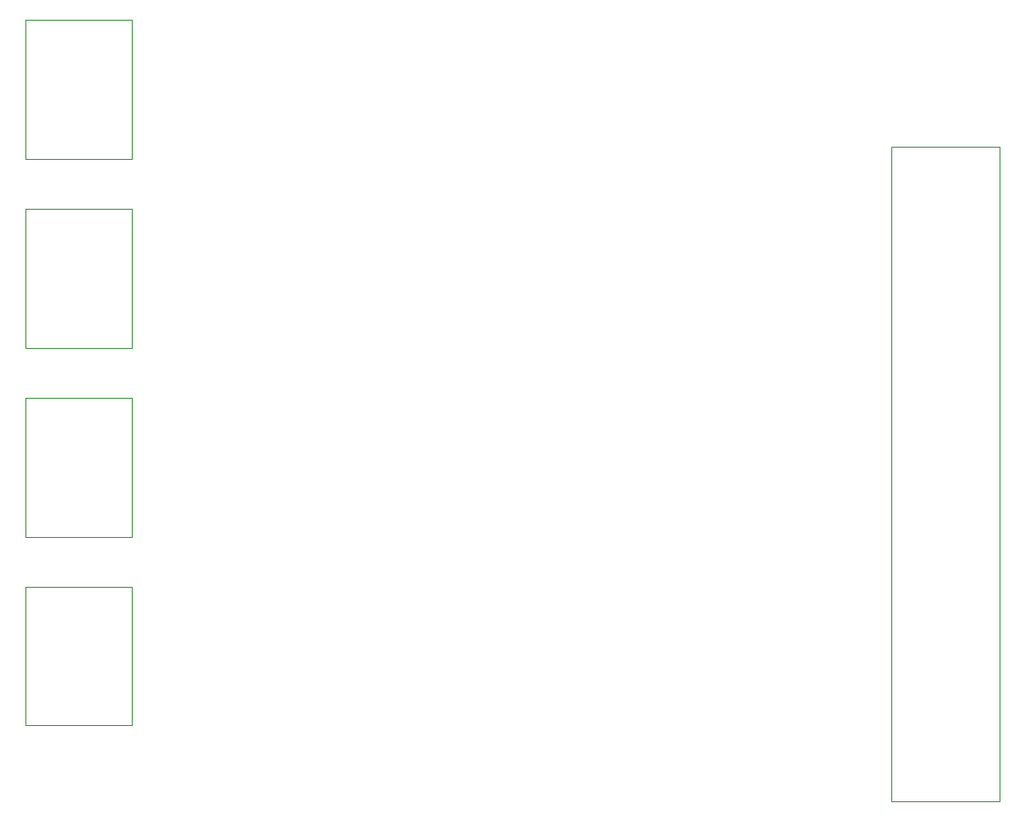
<source format=gbr>
%TF.GenerationSoftware,Altium Limited,Altium Designer,21.8.1 (53)*%
G04 Layer_Color=32768*
%FSLAX43Y43*%
%MOMM*%
%TF.SameCoordinates,8EB70333-0A29-48E7-A932-0FA81BCCDE64*%
%TF.FilePolarity,Positive*%
%TF.FileFunction,Other,Mechanical_15*%
%TF.Part,Single*%
G01*
G75*
%TA.AperFunction,NonConductor*%
%ADD43C,0.100*%
%ADD46C,0.050*%
D43*
X4297Y107219D02*
X13897D01*
Y119719D01*
X4297D02*
X13897D01*
X4297Y107219D02*
Y119719D01*
Y56219D02*
X13897D01*
Y68719D01*
X4297D02*
X13897D01*
X4297Y56219D02*
Y68719D01*
Y73219D02*
X13897D01*
Y85719D01*
X4297D02*
X13897D01*
X4297Y73219D02*
Y85719D01*
Y90219D02*
X13897D01*
Y102719D01*
X4297D02*
X13897D01*
X4297Y90219D02*
Y102719D01*
D46*
X82233Y49410D02*
Y108330D01*
Y49410D02*
X91953D01*
Y108330D01*
X82233D02*
X91953D01*
%TF.MD5,a0f52c47260bb9e9b3b259f9605c1ede*%
M02*

</source>
